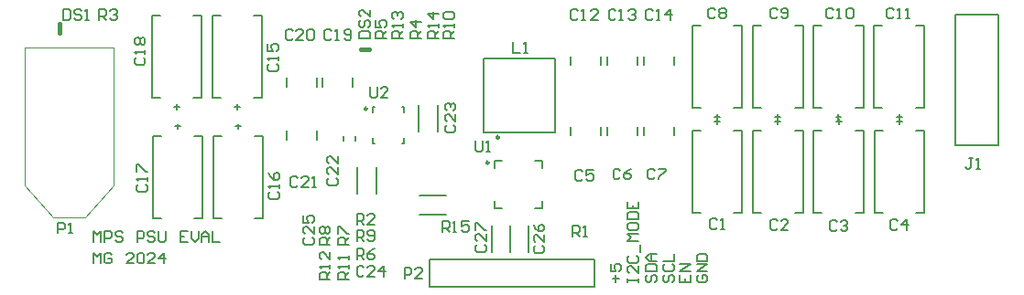
<source format=gbr>
%TF.GenerationSoftware,Altium Limited,Altium Designer,24.10.1 (45)*%
G04 Layer_Color=65535*
%FSLAX45Y45*%
%MOMM*%
%TF.SameCoordinates,6B7C1C4C-1752-458E-A365-839E3CDA317C*%
%TF.FilePolarity,Positive*%
%TF.FileFunction,Legend,Top*%
%TF.Part,Single*%
G01*
G75*
%TA.AperFunction,NonConductor*%
%ADD43C,0.20000*%
%ADD50C,0.25000*%
%ADD51C,0.05000*%
%ADD52C,0.40000*%
%ADD53C,0.15000*%
%ADD54C,0.15300*%
D43*
X15780000Y7145000D02*
Y8355000D01*
X15380000Y7145000D02*
Y8355000D01*
Y7145000D02*
X15780000D01*
X15380000Y8355000D02*
X15780000D01*
X11017500Y7267500D02*
Y7952500D01*
X11682500D01*
Y7267500D02*
Y7952500D01*
X11017500Y7267500D02*
X11682500D01*
X9995000Y7160000D02*
X10012500D01*
X9995000D02*
Y7212500D01*
X10267500Y7160000D02*
X10285000D01*
Y7212500D01*
Y7447500D02*
Y7500000D01*
X10267500D02*
X10285000D01*
X9995000D02*
X10012500D01*
X9995000Y7447500D02*
Y7500000D01*
X11120000Y6560000D02*
X11187500D01*
X11120000D02*
Y6627500D01*
X11492500Y6560000D02*
X11560000D01*
Y6627500D01*
Y6932500D02*
Y7000000D01*
X11492500D02*
X11560000D01*
X11120000D02*
X11187500D01*
X11120000Y6932500D02*
Y7000000D01*
X10515000Y5833000D02*
Y6087000D01*
X12039000Y5833000D02*
Y6087000D01*
X10515000Y5833000D02*
X12039000D01*
X10515000Y6087000D02*
X12039000D01*
X11267911Y6157089D02*
Y6402912D01*
X11092089Y6157089D02*
Y6402912D01*
X11435607Y6159394D02*
Y6400607D01*
X11264394Y6159394D02*
Y6400607D01*
X10025607Y6699394D02*
Y6940607D01*
X9854393Y6699394D02*
Y6940607D01*
X10427089Y6502089D02*
X10672911D01*
X10427089Y6677911D02*
X10672911D01*
X10421589Y7277089D02*
Y7522911D01*
X10598411Y7277089D02*
Y7522911D01*
X9835310Y7185310D02*
Y7234690D01*
X9724690Y7185310D02*
Y7234690D01*
X9480208Y7200117D02*
Y7279883D01*
X9199793Y7200117D02*
Y7279883D01*
Y7690117D02*
Y7769883D01*
X9480208Y7690117D02*
Y7769883D01*
X9529792Y7690117D02*
Y7769883D01*
X9810207Y7690117D02*
Y7769883D01*
X8165000Y7320000D02*
X8215000D01*
X8190000Y7295000D02*
Y7345000D01*
X7960000Y6470000D02*
X8036000D01*
X8344000D02*
X8420000D01*
Y7230000D01*
X7960000D02*
X8036000D01*
X8344000D02*
X8420000D01*
X7960000Y6470000D02*
Y7230000D01*
X8154999Y7500000D02*
X8204999D01*
X8179999Y7475000D02*
Y7525000D01*
X8333999Y8350000D02*
X8409999D01*
X7949999D02*
X8025999D01*
X7949999Y7590000D02*
Y8350000D01*
X8333999Y7590000D02*
X8409999D01*
X7949999D02*
X8025999D01*
X8409999D02*
Y8350000D01*
X8714999Y7500000D02*
X8764999D01*
X8739999Y7475000D02*
Y7525000D01*
X8893999Y8350000D02*
X8969999D01*
X8509999D02*
X8585999D01*
X8509999Y7590000D02*
Y8350000D01*
X8893999Y7590000D02*
X8969999D01*
X8509999D02*
X8585999D01*
X8969999D02*
Y8350000D01*
X8725000Y7320000D02*
X8775000D01*
X8750000Y7295000D02*
Y7345000D01*
X8520000Y6470000D02*
X8596000D01*
X8904000D02*
X8980000D01*
Y7230000D01*
X8520000D02*
X8596000D01*
X8904000D02*
X8980000D01*
X8520000Y6470000D02*
Y7230000D01*
X12499793Y7890117D02*
Y7969883D01*
X12780208Y7890117D02*
Y7969883D01*
X12159793Y7890117D02*
Y7969883D01*
X12440208Y7890117D02*
Y7969883D01*
X11819792Y7890117D02*
Y7969883D01*
X12100207Y7890117D02*
Y7969883D01*
X14834361Y7407058D02*
X14884361D01*
X14859361Y7382058D02*
Y7432058D01*
X15013361Y8257058D02*
X15089362D01*
X14629361D02*
X14705360D01*
X14629361Y7497058D02*
Y8257058D01*
X15013361Y7497058D02*
X15089362D01*
X14629361D02*
X14705360D01*
X15089362D02*
Y8257058D01*
X14274361Y7407058D02*
X14324361D01*
X14299361Y7382058D02*
Y7432058D01*
X14453362Y8257058D02*
X14529361D01*
X14069360D02*
X14145361D01*
X14069360Y7497058D02*
Y8257058D01*
X14453362Y7497058D02*
X14529361D01*
X14069360D02*
X14145361D01*
X14529361D02*
Y8257058D01*
X13714362Y7407058D02*
X13764362D01*
X13739362Y7382058D02*
Y7432058D01*
X13893361Y8257058D02*
X13969360D01*
X13509361D02*
X13585361D01*
X13509361Y7497058D02*
Y8257058D01*
X13893361Y7497058D02*
X13969360D01*
X13509361D02*
X13585361D01*
X13969360D02*
Y8257058D01*
X13154361Y7407058D02*
X13204361D01*
X13179361Y7382058D02*
Y7432058D01*
X13333360Y8257058D02*
X13409361D01*
X12949361D02*
X13025362D01*
X12949361Y7497058D02*
Y8257058D01*
X13333360Y7497058D02*
X13409361D01*
X12949361D02*
X13025362D01*
X13409361D02*
Y8257058D01*
X12780208Y7240117D02*
Y7319883D01*
X12499793Y7240117D02*
Y7319883D01*
X12440208Y7240117D02*
Y7319883D01*
X12159793Y7240117D02*
Y7319883D01*
X12100207Y7240117D02*
Y7319883D01*
X11819792Y7240117D02*
Y7319883D01*
X14835001Y7370000D02*
X14885001D01*
X14860001Y7345000D02*
Y7395000D01*
X14630000Y6520000D02*
X14706000D01*
X15014000D02*
X15089999D01*
Y7280000D01*
X14630000D02*
X14706000D01*
X15014000D02*
X15089999D01*
X14630000Y6520000D02*
Y7280000D01*
X14275000Y7370000D02*
X14325000D01*
X14300000Y7345000D02*
Y7395000D01*
X14070000Y6520000D02*
X14146001D01*
X14453999D02*
X14530000D01*
Y7280000D01*
X14070000D02*
X14146001D01*
X14453999D02*
X14530000D01*
X14070000Y6520000D02*
Y7280000D01*
X13715001Y7370000D02*
X13764999D01*
X13739999Y7345001D02*
Y7395000D01*
X13510001Y6520000D02*
X13586002D01*
X13894000D02*
X13970001D01*
Y7280000D01*
X13510001D02*
X13586002D01*
X13894000D02*
X13970001D01*
X13510001Y6520000D02*
Y7280000D01*
X13155000Y7370000D02*
X13205000D01*
X13180000Y7345001D02*
Y7395000D01*
X12950000Y6520000D02*
X13025999D01*
X13334000D02*
X13410001D01*
Y7280000D01*
X12950000D02*
X13025999D01*
X13334000D02*
X13410001D01*
X12950000Y6520000D02*
Y7280000D01*
D50*
X11162500Y7220000D02*
G03*
X11162500Y7220000I-12500J0D01*
G01*
X9942500Y7485000D02*
G03*
X9942500Y7485000I-12500J0D01*
G01*
X11067500Y6985000D02*
G03*
X11067500Y6985000I-12500J0D01*
G01*
D51*
X6776140Y6775170D02*
Y8055170D01*
X7036140Y6475170D02*
X7336140D01*
X6776140Y6775170D02*
X7036140Y6475170D01*
X6776140Y8055170D02*
X7596140D01*
Y6775170D02*
Y8055170D01*
X7336140Y6475170D02*
X7596140Y6775170D01*
D52*
X9880000Y8032500D02*
X9960000D01*
X7097500Y8190000D02*
Y8270000D01*
D53*
X12241768Y5875000D02*
Y5941645D01*
X12208445Y5908322D02*
X12275091D01*
X12191784Y6041613D02*
Y5974967D01*
X12241768D01*
X12225107Y6008290D01*
Y6024951D01*
X12241768Y6041613D01*
X12275091D01*
X12291752Y6024951D01*
Y5991629D01*
X12275091Y5974967D01*
X12347745Y5875000D02*
Y5908322D01*
Y5891661D01*
X12447712D01*
Y5875000D01*
Y5908322D01*
Y6024951D02*
Y5958306D01*
X12381067Y6024951D01*
X12364406D01*
X12347745Y6008290D01*
Y5974967D01*
X12364406Y5958306D01*
Y6124919D02*
X12347745Y6108258D01*
Y6074935D01*
X12364406Y6058274D01*
X12431051D01*
X12447712Y6074935D01*
Y6108258D01*
X12431051Y6124919D01*
X12464374Y6158242D02*
Y6224887D01*
X12447712Y6258209D02*
X12347745D01*
X12381067Y6291532D01*
X12347745Y6324855D01*
X12447712D01*
X12347745Y6408161D02*
Y6374839D01*
X12364406Y6358177D01*
X12431051D01*
X12447712Y6374839D01*
Y6408161D01*
X12431051Y6424822D01*
X12364406D01*
X12347745Y6408161D01*
Y6458145D02*
X12447712D01*
Y6508129D01*
X12431051Y6524790D01*
X12364406D01*
X12347745Y6508129D01*
Y6458145D01*
Y6624758D02*
Y6558113D01*
X12447712D01*
Y6624758D01*
X12397729Y6558113D02*
Y6591435D01*
X12537028Y5941645D02*
X12520367Y5924984D01*
Y5891661D01*
X12537028Y5875000D01*
X12553689D01*
X12570351Y5891661D01*
Y5924984D01*
X12587012Y5941645D01*
X12603673D01*
X12620334Y5924984D01*
Y5891661D01*
X12603673Y5875000D01*
X12520367Y5974967D02*
X12620334D01*
Y6024951D01*
X12603673Y6041613D01*
X12537028D01*
X12520367Y6024951D01*
Y5974967D01*
X12620334Y6074935D02*
X12553689D01*
X12520367Y6108258D01*
X12553689Y6141580D01*
X12620334D01*
X12570351D01*
Y6074935D01*
X12692989Y5941645D02*
X12676327Y5924984D01*
Y5891661D01*
X12692989Y5875000D01*
X12709650D01*
X12726311Y5891661D01*
Y5924984D01*
X12742972Y5941645D01*
X12759634D01*
X12776295Y5924984D01*
Y5891661D01*
X12759634Y5875000D01*
X12692989Y6041613D02*
X12676327Y6024951D01*
Y5991629D01*
X12692989Y5974967D01*
X12759634D01*
X12776295Y5991629D01*
Y6024951D01*
X12759634Y6041613D01*
X12676327Y6074935D02*
X12776295D01*
Y6141580D01*
X12832288Y5941645D02*
Y5875000D01*
X12932256D01*
Y5941645D01*
X12882272Y5875000D02*
Y5908322D01*
X12932256Y5974967D02*
X12832288D01*
X12932256Y6041613D01*
X12832288D01*
X13004910Y5941645D02*
X12988248Y5924984D01*
Y5891661D01*
X13004910Y5875000D01*
X13071555D01*
X13088216Y5891661D01*
Y5924984D01*
X13071555Y5941645D01*
X13038232D01*
Y5908322D01*
X13088216Y5974967D02*
X12988248D01*
X13088216Y6041613D01*
X12988248D01*
Y6074935D02*
X13088216D01*
Y6124919D01*
X13071555Y6141580D01*
X13004910D01*
X12988248Y6124919D01*
Y6074935D01*
X7415000Y6050016D02*
Y6149984D01*
X7448322Y6116661D01*
X7481645Y6149984D01*
Y6050016D01*
X7581612Y6133323D02*
X7564951Y6149984D01*
X7531629D01*
X7514967Y6133323D01*
Y6066677D01*
X7531629Y6050016D01*
X7564951D01*
X7581612Y6066677D01*
Y6100000D01*
X7548290D01*
X7781548Y6050016D02*
X7714903D01*
X7781548Y6116661D01*
Y6133323D01*
X7764887Y6149984D01*
X7731564D01*
X7714903Y6133323D01*
X7814871D02*
X7831532Y6149984D01*
X7864855D01*
X7881516Y6133323D01*
Y6066677D01*
X7864855Y6050016D01*
X7831532D01*
X7814871Y6066677D01*
Y6133323D01*
X7981484Y6050016D02*
X7914839D01*
X7981484Y6116661D01*
Y6133323D01*
X7964823Y6149984D01*
X7931500D01*
X7914839Y6133323D01*
X8064790Y6050016D02*
Y6149984D01*
X8014806Y6100000D01*
X8081451D01*
X7415000Y6250016D02*
Y6349984D01*
X7448322Y6316661D01*
X7481645Y6349984D01*
Y6250016D01*
X7514967D02*
Y6349984D01*
X7564951D01*
X7581612Y6333323D01*
Y6300000D01*
X7564951Y6283339D01*
X7514967D01*
X7681580Y6333323D02*
X7664919Y6349984D01*
X7631597D01*
X7614935Y6333323D01*
Y6316661D01*
X7631597Y6300000D01*
X7664919D01*
X7681580Y6283339D01*
Y6266678D01*
X7664919Y6250016D01*
X7631597D01*
X7614935Y6266678D01*
X7814871Y6250016D02*
Y6349984D01*
X7864855D01*
X7881516Y6333323D01*
Y6300000D01*
X7864855Y6283339D01*
X7814871D01*
X7981484Y6333323D02*
X7964823Y6349984D01*
X7931500D01*
X7914839Y6333323D01*
Y6316661D01*
X7931500Y6300000D01*
X7964823D01*
X7981484Y6283339D01*
Y6266678D01*
X7964823Y6250016D01*
X7931500D01*
X7914839Y6266678D01*
X8014806Y6349984D02*
Y6266678D01*
X8031468Y6250016D01*
X8064790D01*
X8081451Y6266678D01*
Y6349984D01*
X8281387D02*
X8214742D01*
Y6250016D01*
X8281387D01*
X8214742Y6300000D02*
X8248065D01*
X8314710Y6349984D02*
Y6283339D01*
X8348032Y6250016D01*
X8381355Y6283339D01*
Y6349984D01*
X8414678Y6250016D02*
Y6316661D01*
X8448000Y6349984D01*
X8481323Y6316661D01*
Y6250016D01*
Y6300000D01*
X8414678D01*
X8514645Y6349984D02*
Y6250016D01*
X8581290D01*
D54*
X10286694Y5910016D02*
Y6009984D01*
X10336678D01*
X10353339Y5993323D01*
Y5960000D01*
X10336678Y5943339D01*
X10286694D01*
X10453306Y5910016D02*
X10386661D01*
X10453306Y5976661D01*
Y5993323D01*
X10436645Y6009984D01*
X10403323D01*
X10386661Y5993323D01*
X7083355Y6330016D02*
Y6429984D01*
X7133339D01*
X7150000Y6413322D01*
Y6380000D01*
X7133339Y6363339D01*
X7083355D01*
X7183323Y6330016D02*
X7216645D01*
X7199984D01*
Y6429984D01*
X7183323Y6413322D01*
X10635040Y6340016D02*
Y6439984D01*
X10685024D01*
X10701685Y6423322D01*
Y6390000D01*
X10685024Y6373339D01*
X10635040D01*
X10668363D02*
X10701685Y6340016D01*
X10735008D02*
X10768331D01*
X10751670D01*
Y6439984D01*
X10735008Y6423322D01*
X10884960Y6439984D02*
X10818315D01*
Y6390000D01*
X10851637Y6406661D01*
X10868299D01*
X10884960Y6390000D01*
Y6356677D01*
X10868299Y6340016D01*
X10834976D01*
X10818315Y6356677D01*
X10599984Y8135040D02*
X10500016D01*
Y8185024D01*
X10516677Y8201685D01*
X10550000D01*
X10566661Y8185024D01*
Y8135040D01*
Y8168363D02*
X10599984Y8201685D01*
Y8235008D02*
Y8268331D01*
Y8251670D01*
X10500016D01*
X10516677Y8235008D01*
X10599984Y8368298D02*
X10500016D01*
X10550000Y8318315D01*
Y8384960D01*
X10269984Y8135040D02*
X10170016D01*
Y8185024D01*
X10186677Y8201685D01*
X10220000D01*
X10236661Y8185024D01*
Y8135040D01*
Y8168363D02*
X10269984Y8201685D01*
Y8235008D02*
Y8268330D01*
Y8251669D01*
X10170016D01*
X10186677Y8235008D01*
Y8318314D02*
X10170016Y8334976D01*
Y8368298D01*
X10186677Y8384959D01*
X10203338D01*
X10220000Y8368298D01*
Y8351637D01*
Y8368298D01*
X10236661Y8384959D01*
X10253322D01*
X10269984Y8368298D01*
Y8334976D01*
X10253322Y8318314D01*
X9599984Y5905040D02*
X9500016D01*
Y5955024D01*
X9516677Y5971685D01*
X9550000D01*
X9566661Y5955024D01*
Y5905040D01*
Y5938363D02*
X9599984Y5971685D01*
Y6005008D02*
Y6038331D01*
Y6021669D01*
X9500016D01*
X9516677Y6005008D01*
X9599984Y6154959D02*
Y6088314D01*
X9533339Y6154959D01*
X9516677D01*
X9500016Y6138298D01*
Y6104976D01*
X9516677Y6088314D01*
X9769984Y5901702D02*
X9670016D01*
Y5951686D01*
X9686677Y5968347D01*
X9720000D01*
X9736661Y5951686D01*
Y5901702D01*
Y5935024D02*
X9769984Y5968347D01*
Y6001669D02*
Y6034992D01*
Y6018331D01*
X9670016D01*
X9686677Y6001669D01*
X9769984Y6084976D02*
Y6118298D01*
Y6101637D01*
X9670016D01*
X9686677Y6084976D01*
X10749984Y8135040D02*
X10650016D01*
Y8185024D01*
X10666677Y8201685D01*
X10700000D01*
X10716661Y8185024D01*
Y8135040D01*
Y8168363D02*
X10749984Y8201685D01*
Y8235008D02*
Y8268330D01*
Y8251669D01*
X10650016D01*
X10666677Y8235008D01*
Y8318314D02*
X10650016Y8334976D01*
Y8368298D01*
X10666677Y8384959D01*
X10733322D01*
X10749984Y8368298D01*
Y8334976D01*
X10733322Y8318314D01*
X10666677D01*
X9846694Y6260016D02*
Y6359984D01*
X9896677D01*
X9913339Y6343323D01*
Y6310000D01*
X9896677Y6293339D01*
X9846694D01*
X9880016D02*
X9913339Y6260016D01*
X9946661Y6276678D02*
X9963323Y6260016D01*
X9996645D01*
X10013306Y6276678D01*
Y6343323D01*
X9996645Y6359984D01*
X9963323D01*
X9946661Y6343323D01*
Y6326661D01*
X9963323Y6310000D01*
X10013306D01*
X9599984Y6226694D02*
X9500016D01*
Y6276678D01*
X9516677Y6293339D01*
X9550000D01*
X9566661Y6276678D01*
Y6226694D01*
Y6260016D02*
X9599984Y6293339D01*
X9516677Y6326661D02*
X9500016Y6343323D01*
Y6376645D01*
X9516677Y6393306D01*
X9533339D01*
X9550000Y6376645D01*
X9566661Y6393306D01*
X9583322D01*
X9599984Y6376645D01*
Y6343323D01*
X9583322Y6326661D01*
X9566661D01*
X9550000Y6343323D01*
X9533339Y6326661D01*
X9516677D01*
X9550000Y6343323D02*
Y6376645D01*
X9769984Y6226694D02*
X9670016D01*
Y6276678D01*
X9686678Y6293339D01*
X9720000D01*
X9736662Y6276678D01*
Y6226694D01*
Y6260016D02*
X9769984Y6293339D01*
X9670016Y6326661D02*
Y6393306D01*
X9686678D01*
X9753323Y6326661D01*
X9769984D01*
X9846694Y6090016D02*
Y6189984D01*
X9896677D01*
X9913339Y6173322D01*
Y6140000D01*
X9896677Y6123339D01*
X9846694D01*
X9880016D02*
X9913339Y6090016D01*
X10013306Y6189984D02*
X9979984Y6173322D01*
X9946661Y6140000D01*
Y6106677D01*
X9963323Y6090016D01*
X9996645D01*
X10013306Y6106677D01*
Y6123339D01*
X9996645Y6140000D01*
X9946661D01*
X10119984Y8136694D02*
X10020016D01*
Y8186678D01*
X10036677Y8203339D01*
X10070000D01*
X10086661Y8186678D01*
Y8136694D01*
Y8170016D02*
X10119984Y8203339D01*
X10020016Y8303307D02*
Y8236662D01*
X10070000D01*
X10053339Y8269984D01*
Y8286646D01*
X10070000Y8303307D01*
X10103322D01*
X10119984Y8286646D01*
Y8253323D01*
X10103322Y8236662D01*
X10439983Y8136694D02*
X10340016D01*
Y8186678D01*
X10356677Y8203339D01*
X10390000D01*
X10406661Y8186678D01*
Y8136694D01*
Y8170016D02*
X10439983Y8203339D01*
Y8286645D02*
X10340016D01*
X10390000Y8236661D01*
Y8303306D01*
X7466693Y8310016D02*
Y8409984D01*
X7516677D01*
X7533339Y8393323D01*
Y8360000D01*
X7516677Y8343339D01*
X7466693D01*
X7500016D02*
X7533339Y8310016D01*
X7566661Y8393323D02*
X7583323Y8409984D01*
X7616645D01*
X7633306Y8393323D01*
Y8376661D01*
X7616645Y8360000D01*
X7599984D01*
X7616645D01*
X7633306Y8343339D01*
Y8326678D01*
X7616645Y8310016D01*
X7583323D01*
X7566661Y8326678D01*
X9846694Y6410016D02*
Y6509984D01*
X9896677D01*
X9913339Y6493323D01*
Y6460000D01*
X9896677Y6443339D01*
X9846694D01*
X9880016D02*
X9913339Y6410016D01*
X10013306D02*
X9946661D01*
X10013306Y6476661D01*
Y6493323D01*
X9996645Y6509984D01*
X9963323D01*
X9946661Y6493323D01*
X11843355Y6300016D02*
Y6399984D01*
X11893339D01*
X11910000Y6383323D01*
Y6350000D01*
X11893339Y6333339D01*
X11843355D01*
X11876678D02*
X11910000Y6300016D01*
X11943323D02*
X11976645D01*
X11959984D01*
Y6399984D01*
X11943323Y6383323D01*
X11293355Y8099984D02*
Y8000016D01*
X11360000D01*
X11393323D02*
X11426645D01*
X11409984D01*
Y8099984D01*
X11393323Y8083322D01*
X9870016Y8136709D02*
X9969984D01*
Y8186693D01*
X9953322Y8203354D01*
X9886677D01*
X9870016Y8186693D01*
Y8136709D01*
X9886677Y8303322D02*
X9870016Y8286661D01*
Y8253339D01*
X9886677Y8236677D01*
X9903339D01*
X9920000Y8253339D01*
Y8286661D01*
X9936661Y8303322D01*
X9953322D01*
X9969984Y8286661D01*
Y8253339D01*
X9953322Y8236677D01*
X9969984Y8403290D02*
Y8336645D01*
X9903339Y8403290D01*
X9886677D01*
X9870016Y8386629D01*
Y8353306D01*
X9886677Y8336645D01*
X7133371Y8409984D02*
Y8310016D01*
X7183355D01*
X7200016Y8326678D01*
Y8393323D01*
X7183355Y8409984D01*
X7133371D01*
X7299984Y8393323D02*
X7283323Y8409984D01*
X7250000D01*
X7233339Y8393323D01*
Y8376661D01*
X7250000Y8360000D01*
X7283323D01*
X7299984Y8343339D01*
Y8326678D01*
X7283323Y8310016D01*
X7250000D01*
X7233339Y8326678D01*
X7333307Y8310016D02*
X7366629D01*
X7349968D01*
Y8409984D01*
X7333307Y8393323D01*
X10956677Y6223355D02*
X10940016Y6206694D01*
Y6173371D01*
X10956677Y6156710D01*
X11023322D01*
X11039984Y6173371D01*
Y6206694D01*
X11023322Y6223355D01*
X11039984Y6323323D02*
Y6256678D01*
X10973339Y6323323D01*
X10956677D01*
X10940016Y6306662D01*
Y6273339D01*
X10956677Y6256678D01*
X10940016Y6356646D02*
Y6423291D01*
X10956677D01*
X11023322Y6356646D01*
X11039984D01*
X11496678Y6213355D02*
X11480016Y6196693D01*
Y6163371D01*
X11496678Y6146710D01*
X11563323D01*
X11579984Y6163371D01*
Y6196693D01*
X11563323Y6213355D01*
X11579984Y6313322D02*
Y6246677D01*
X11513339Y6313322D01*
X11496678D01*
X11480016Y6296661D01*
Y6263339D01*
X11496678Y6246677D01*
X11480016Y6413290D02*
X11496678Y6379968D01*
X11530000Y6346645D01*
X11563323D01*
X11579984Y6363307D01*
Y6396629D01*
X11563323Y6413290D01*
X11546661D01*
X11530000Y6396629D01*
Y6346645D01*
X9366677Y6293355D02*
X9350016Y6276694D01*
Y6243371D01*
X9366677Y6226710D01*
X9433322D01*
X9449983Y6243371D01*
Y6276694D01*
X9433322Y6293355D01*
X9449983Y6393322D02*
Y6326677D01*
X9383338Y6393322D01*
X9366677D01*
X9350016Y6376661D01*
Y6343339D01*
X9366677Y6326677D01*
X9350016Y6493290D02*
Y6426645D01*
X9399999D01*
X9383338Y6459968D01*
Y6476629D01*
X9399999Y6493290D01*
X9433322D01*
X9449983Y6476629D01*
Y6443307D01*
X9433322Y6426645D01*
X9913355Y6013322D02*
X9896694Y6029984D01*
X9863371D01*
X9846710Y6013322D01*
Y5946677D01*
X9863371Y5930016D01*
X9896694D01*
X9913355Y5946677D01*
X10013323Y5930016D02*
X9946678D01*
X10013323Y5996661D01*
Y6013322D01*
X9996661Y6029984D01*
X9963339D01*
X9946678Y6013322D01*
X10096629Y5930016D02*
Y6029984D01*
X10046645Y5980000D01*
X10113290D01*
X10676677Y7333355D02*
X10660016Y7316694D01*
Y7283371D01*
X10676677Y7266710D01*
X10743322D01*
X10759983Y7283371D01*
Y7316694D01*
X10743322Y7333355D01*
X10759983Y7433322D02*
Y7366677D01*
X10693338Y7433322D01*
X10676677D01*
X10660016Y7416661D01*
Y7383339D01*
X10676677Y7366677D01*
Y7466645D02*
X10660016Y7483307D01*
Y7516629D01*
X10676677Y7533290D01*
X10693338D01*
X10709999Y7516629D01*
Y7499968D01*
Y7516629D01*
X10726661Y7533290D01*
X10743322D01*
X10759983Y7516629D01*
Y7483307D01*
X10743322Y7466645D01*
X9586677Y6843355D02*
X9570016Y6826693D01*
Y6793371D01*
X9586677Y6776710D01*
X9653322D01*
X9669983Y6793371D01*
Y6826693D01*
X9653322Y6843355D01*
X9669983Y6943322D02*
Y6876677D01*
X9603338Y6943322D01*
X9586677D01*
X9570016Y6926661D01*
Y6893339D01*
X9586677Y6876677D01*
X9669983Y7043290D02*
Y6976645D01*
X9603338Y7043290D01*
X9586677D01*
X9570016Y7026629D01*
Y6993307D01*
X9586677Y6976645D01*
X9300016Y6843323D02*
X9283355Y6859984D01*
X9250033D01*
X9233371Y6843323D01*
Y6776678D01*
X9250033Y6760016D01*
X9283355D01*
X9300016Y6776678D01*
X9399984Y6760016D02*
X9333339D01*
X9399984Y6826661D01*
Y6843323D01*
X9383323Y6859984D01*
X9350000D01*
X9333339Y6843323D01*
X9433307Y6760016D02*
X9466629D01*
X9449968D01*
Y6859984D01*
X9433307Y6843323D01*
X9253355Y8203322D02*
X9236693Y8219984D01*
X9203371D01*
X9186710Y8203322D01*
Y8136677D01*
X9203371Y8120016D01*
X9236693D01*
X9253355Y8136677D01*
X9353322Y8120016D02*
X9286677D01*
X9353322Y8186661D01*
Y8203322D01*
X9336661Y8219984D01*
X9303339D01*
X9286677Y8203322D01*
X9386645D02*
X9403307Y8219984D01*
X9436629D01*
X9453290Y8203322D01*
Y8136677D01*
X9436629Y8120016D01*
X9403307D01*
X9386645Y8136677D01*
Y8203322D01*
X9611685D02*
X9595024Y8219984D01*
X9561702D01*
X9545040Y8203322D01*
Y8136677D01*
X9561702Y8120016D01*
X9595024D01*
X9611685Y8136677D01*
X9645008Y8120016D02*
X9678331D01*
X9661670D01*
Y8219984D01*
X9645008Y8203322D01*
X9728315Y8136677D02*
X9744976Y8120016D01*
X9778298D01*
X9794960Y8136677D01*
Y8203322D01*
X9778298Y8219984D01*
X9744976D01*
X9728315Y8203322D01*
Y8186661D01*
X9744976Y8170000D01*
X9794960D01*
X7806677Y7961685D02*
X7790016Y7945024D01*
Y7911701D01*
X7806677Y7895040D01*
X7873322D01*
X7889984Y7911701D01*
Y7945024D01*
X7873322Y7961685D01*
X7889984Y7995008D02*
Y8028330D01*
Y8011669D01*
X7790016D01*
X7806677Y7995008D01*
Y8078314D02*
X7790016Y8094976D01*
Y8128298D01*
X7806677Y8144959D01*
X7823339D01*
X7840000Y8128298D01*
X7856661Y8144959D01*
X7873322D01*
X7889984Y8128298D01*
Y8094976D01*
X7873322Y8078314D01*
X7856661D01*
X7840000Y8094976D01*
X7823339Y8078314D01*
X7806677D01*
X7840000Y8094976D02*
Y8128298D01*
X7826677Y6781685D02*
X7810016Y6765024D01*
Y6731702D01*
X7826677Y6715040D01*
X7893322D01*
X7909983Y6731702D01*
Y6765024D01*
X7893322Y6781685D01*
X7909983Y6815008D02*
Y6848331D01*
Y6831670D01*
X7810016D01*
X7826677Y6815008D01*
X7810016Y6898315D02*
Y6964960D01*
X7826677D01*
X7893322Y6898315D01*
X7909983D01*
X9046677Y6711685D02*
X9030016Y6695024D01*
Y6661702D01*
X9046677Y6645040D01*
X9113322D01*
X9129984Y6661702D01*
Y6695024D01*
X9113322Y6711685D01*
X9129984Y6745008D02*
Y6778331D01*
Y6761669D01*
X9030016D01*
X9046677Y6745008D01*
X9030016Y6894960D02*
X9046677Y6861637D01*
X9080000Y6828315D01*
X9113322D01*
X9129984Y6844976D01*
Y6878298D01*
X9113322Y6894960D01*
X9096661D01*
X9080000Y6878298D01*
Y6828315D01*
X9036677Y7901685D02*
X9020016Y7885024D01*
Y7851702D01*
X9036677Y7835040D01*
X9103322D01*
X9119984Y7851702D01*
Y7885024D01*
X9103322Y7901685D01*
X9119984Y7935008D02*
Y7968331D01*
Y7951670D01*
X9020016D01*
X9036677Y7935008D01*
X9020016Y8084960D02*
Y8018315D01*
X9070000D01*
X9053339Y8051637D01*
Y8068299D01*
X9070000Y8084960D01*
X9103322D01*
X9119984Y8068299D01*
Y8034976D01*
X9103322Y8018315D01*
X12581686Y8393323D02*
X12565024Y8409984D01*
X12531702D01*
X12515041Y8393323D01*
Y8326678D01*
X12531702Y8310016D01*
X12565024D01*
X12581686Y8326678D01*
X12615008Y8310016D02*
X12648331D01*
X12631670D01*
Y8409984D01*
X12615008Y8393323D01*
X12748299Y8310016D02*
Y8409984D01*
X12698315Y8360000D01*
X12764960D01*
X12241685Y8393323D02*
X12225024Y8409984D01*
X12191702D01*
X12175040Y8393323D01*
Y8326678D01*
X12191702Y8310016D01*
X12225024D01*
X12241685Y8326678D01*
X12275008Y8310016D02*
X12308331D01*
X12291670D01*
Y8409984D01*
X12275008Y8393323D01*
X12358315D02*
X12374976Y8409984D01*
X12408299D01*
X12424960Y8393323D01*
Y8376661D01*
X12408299Y8360000D01*
X12391637D01*
X12408299D01*
X12424960Y8343339D01*
Y8326678D01*
X12408299Y8310016D01*
X12374976D01*
X12358315Y8326678D01*
X11891685Y8393323D02*
X11875024Y8409984D01*
X11841701D01*
X11825040Y8393323D01*
Y8326678D01*
X11841701Y8310016D01*
X11875024D01*
X11891685Y8326678D01*
X11925008Y8310016D02*
X11958330D01*
X11941669D01*
Y8409984D01*
X11925008Y8393323D01*
X12074959Y8310016D02*
X12008314D01*
X12074959Y8376661D01*
Y8393323D01*
X12058298Y8409984D01*
X12024976D01*
X12008314Y8393323D01*
X14808347Y8403323D02*
X14791685Y8419984D01*
X14758363D01*
X14741702Y8403323D01*
Y8336678D01*
X14758363Y8320016D01*
X14791685D01*
X14808347Y8336678D01*
X14841670Y8320016D02*
X14874992D01*
X14858331D01*
Y8419984D01*
X14841670Y8403323D01*
X14924976Y8320016D02*
X14958299D01*
X14941638D01*
Y8419984D01*
X14924976Y8403323D01*
X14251685D02*
X14235023Y8419984D01*
X14201701D01*
X14185040Y8403323D01*
Y8336678D01*
X14201701Y8320016D01*
X14235023D01*
X14251685Y8336678D01*
X14285008Y8320016D02*
X14318330D01*
X14301669D01*
Y8419984D01*
X14285008Y8403323D01*
X14368314D02*
X14384976Y8419984D01*
X14418298D01*
X14434959Y8403323D01*
Y8336678D01*
X14418298Y8320016D01*
X14384976D01*
X14368314Y8336678D01*
Y8403323D01*
X13733339D02*
X13716676Y8419984D01*
X13683356D01*
X13666695Y8403323D01*
Y8336678D01*
X13683356Y8320016D01*
X13716676D01*
X13733339Y8336678D01*
X13766661D02*
X13783324Y8320016D01*
X13816644D01*
X13833305Y8336678D01*
Y8403323D01*
X13816644Y8419984D01*
X13783324D01*
X13766661Y8403323D01*
Y8386661D01*
X13783324Y8370000D01*
X13833305D01*
X13163339Y8403323D02*
X13146678Y8419984D01*
X13113354D01*
X13096693Y8403323D01*
Y8336678D01*
X13113354Y8320016D01*
X13146678D01*
X13163339Y8336678D01*
X13196661Y8403323D02*
X13213322Y8419984D01*
X13246645D01*
X13263306Y8403323D01*
Y8386661D01*
X13246645Y8370000D01*
X13263306Y8353339D01*
Y8336678D01*
X13246645Y8320016D01*
X13213322D01*
X13196661Y8336678D01*
Y8353339D01*
X13213322Y8370000D01*
X13196661Y8386661D01*
Y8403323D01*
X13213322Y8370000D02*
X13246645D01*
X12603339Y6913322D02*
X12586677Y6929984D01*
X12553355D01*
X12536693Y6913322D01*
Y6846677D01*
X12553355Y6830016D01*
X12586677D01*
X12603339Y6846677D01*
X12636661Y6929984D02*
X12703306D01*
Y6913322D01*
X12636661Y6846677D01*
Y6830016D01*
X12283339Y6913322D02*
X12266678Y6929984D01*
X12233355D01*
X12216694Y6913322D01*
Y6846677D01*
X12233355Y6830016D01*
X12266678D01*
X12283339Y6846677D01*
X12383306Y6929984D02*
X12349984Y6913322D01*
X12316661Y6880000D01*
Y6846677D01*
X12333323Y6830016D01*
X12366645D01*
X12383306Y6846677D01*
Y6863339D01*
X12366645Y6880000D01*
X12316661D01*
X11933339Y6903322D02*
X11916677Y6919984D01*
X11883355D01*
X11866694Y6903322D01*
Y6836677D01*
X11883355Y6820016D01*
X11916677D01*
X11933339Y6836677D01*
X12033306Y6919984D02*
X11966661D01*
Y6870000D01*
X11999984Y6886661D01*
X12016645D01*
X12033306Y6870000D01*
Y6836677D01*
X12016645Y6820016D01*
X11983323D01*
X11966661Y6836677D01*
X14843340Y6443322D02*
X14826677Y6459984D01*
X14793355D01*
X14776694Y6443322D01*
Y6376677D01*
X14793355Y6360016D01*
X14826677D01*
X14843340Y6376677D01*
X14926645Y6360016D02*
Y6459984D01*
X14876662Y6410000D01*
X14943306D01*
X14283339Y6433322D02*
X14266678Y6449984D01*
X14233356D01*
X14216695Y6433322D01*
Y6366677D01*
X14233356Y6350016D01*
X14266678D01*
X14283339Y6366677D01*
X14316661Y6433322D02*
X14333324Y6449984D01*
X14366644D01*
X14383307Y6433322D01*
Y6416661D01*
X14366644Y6400000D01*
X14349985D01*
X14366644D01*
X14383307Y6383339D01*
Y6366677D01*
X14366644Y6350016D01*
X14333324D01*
X14316661Y6366677D01*
X13733339Y6443323D02*
X13716678Y6459984D01*
X13683356D01*
X13666695Y6443323D01*
Y6376678D01*
X13683356Y6360016D01*
X13716678D01*
X13733339Y6376678D01*
X13833307Y6360016D02*
X13766663D01*
X13833307Y6426661D01*
Y6443323D01*
X13816646Y6459984D01*
X13783324D01*
X13766663Y6443323D01*
X13180000Y6453323D02*
X13163339Y6469984D01*
X13130016D01*
X13113354Y6453323D01*
Y6386678D01*
X13130016Y6370016D01*
X13163339D01*
X13180000Y6386678D01*
X13213322Y6370016D02*
X13246645D01*
X13229984D01*
Y6469984D01*
X13213322Y6453323D01*
X15539999Y7029984D02*
X15506677D01*
X15523338D01*
Y6946677D01*
X15506677Y6930016D01*
X15490016D01*
X15473355Y6946677D01*
X15573323Y6930016D02*
X15606645D01*
X15589984D01*
Y7029984D01*
X15573323Y7013323D01*
X10943355Y7189984D02*
Y7106677D01*
X10960016Y7090016D01*
X10993339D01*
X11010000Y7106677D01*
Y7189984D01*
X11043323Y7090016D02*
X11076645D01*
X11059984D01*
Y7189984D01*
X11043323Y7173322D01*
X9966694Y7689984D02*
Y7606677D01*
X9983355Y7590016D01*
X10016677D01*
X10033339Y7606677D01*
Y7689984D01*
X10133306Y7590016D02*
X10066661D01*
X10133306Y7656661D01*
Y7673322D01*
X10116645Y7689984D01*
X10083323D01*
X10066661Y7673322D01*
%TF.MD5,0723f55998fca448c938dedf9c7493cf*%
M02*

</source>
